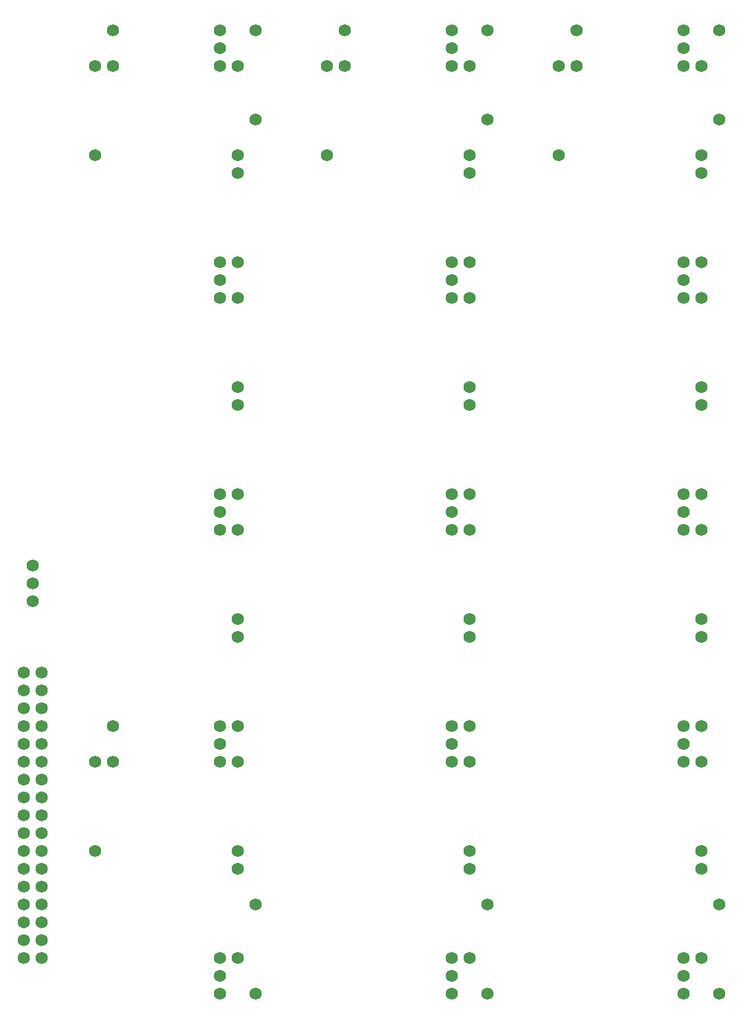
<source format=gts>
G04 ---------------------------- Layer name :TOP SOLDER LAYER*
G04 easyEDA 0.1*
G04 Scale: 100 percent, Rotated: No, Reflected: No *
G04 Dimensions in inches *
G04 leading zeros omitted , absolute positions ,2 integer and 4 * 
%FSLAX24Y24*%
%MOIN*%
G90*
G70D02*

%ADD11C,0.068000*%

%LPD*%
G54D11*
G01X3000Y65000D03*
G01X3000Y66000D03*
G01X3000Y67000D03*
G01X3000Y68000D03*
G01X3000Y69000D03*
G01X3000Y70000D03*
G01X3000Y71000D03*
G01X3000Y72000D03*
G01X3000Y73000D03*
G01X3000Y74000D03*
G01X3000Y75000D03*
G01X3000Y76000D03*
G01X3000Y77000D03*
G01X3000Y78000D03*
G01X3000Y79000D03*
G01X3000Y80000D03*
G01X3000Y81000D03*
G01X4000Y81000D03*
G01X4000Y80000D03*
G01X4000Y79000D03*
G01X4000Y78000D03*
G01X4000Y77000D03*
G01X4000Y76000D03*
G01X4000Y75000D03*
G01X4000Y74000D03*
G01X4000Y73000D03*
G01X4000Y71000D03*
G01X4000Y71000D03*
G01X4000Y72000D03*
G01X4000Y70000D03*
G01X4000Y69000D03*
G01X4000Y68000D03*
G01X4000Y67000D03*
G01X4000Y66000D03*
G01X4000Y65000D03*
G01X8000Y116998D03*
G01X8000Y114998D03*
G01X14000Y116998D03*
G01X14000Y115998D03*
G01X14000Y114998D03*
G01X27000Y116998D03*
G01X40000Y116998D03*
G01X27000Y115998D03*
G01X27000Y114998D03*
G01X40000Y115998D03*
G01X40000Y114998D03*
G01X14000Y103998D03*
G01X14000Y102998D03*
G01X14000Y101998D03*
G01X27000Y103998D03*
G01X27000Y102998D03*
G01X27000Y101998D03*
G01X40000Y103998D03*
G01X40000Y102998D03*
G01X40000Y101998D03*
G01X14000Y91000D03*
G01X14000Y90000D03*
G01X14000Y89000D03*
G01X27000Y91000D03*
G01X27000Y90000D03*
G01X27000Y89000D03*
G01X40000Y91000D03*
G01X40000Y90000D03*
G01X40000Y89000D03*
G01X14000Y78000D03*
G01X14000Y77000D03*
G01X14000Y76000D03*
G01X27000Y78000D03*
G01X27000Y77000D03*
G01X27000Y76000D03*
G01X40000Y78000D03*
G01X40000Y77000D03*
G01X40000Y76000D03*
G01X14000Y65000D03*
G01X14000Y64000D03*
G01X14000Y63000D03*
G01X27000Y65000D03*
G01X27000Y64000D03*
G01X27000Y63000D03*
G01X40000Y65000D03*
G01X40000Y64000D03*
G01X40000Y63000D03*
G01X8000Y78000D03*
G01X8000Y76000D03*
G01X15000Y114998D03*
G01X16000Y116998D03*
G01X7000Y115000D03*
G01X7000Y110000D03*
G01X15000Y110000D03*
G01X16000Y112000D03*
G01X28000Y115000D03*
G01X29000Y117000D03*
G01X28000Y110000D03*
G01X28000Y109000D03*
G01X29000Y112000D03*
G01X15000Y109000D03*
G01X15000Y104000D03*
G01X15000Y102000D03*
G01X28000Y102000D03*
G01X28000Y104000D03*
G01X41000Y115000D03*
G01X42000Y117000D03*
G01X42000Y112000D03*
G01X41000Y110000D03*
G01X41000Y109000D03*
G01X41000Y104000D03*
G01X41000Y102000D03*
G01X41000Y97000D03*
G01X28000Y97000D03*
G01X15000Y97000D03*
G01X15000Y96000D03*
G01X28000Y96000D03*
G01X41000Y96000D03*
G01X15000Y91000D03*
G01X15000Y89000D03*
G01X28000Y91000D03*
G01X28000Y89000D03*
G01X41000Y91000D03*
G01X41000Y89000D03*
G01X28000Y84000D03*
G01X15000Y84000D03*
G01X15000Y83000D03*
G01X15000Y78000D03*
G01X28000Y78000D03*
G01X28000Y83000D03*
G01X41000Y83000D03*
G01X41000Y78000D03*
G01X41000Y76000D03*
G01X41000Y71000D03*
G01X28000Y76000D03*
G01X28000Y71000D03*
G01X15000Y71000D03*
G01X15000Y76000D03*
G01X41000Y84000D03*
G01X41000Y70000D03*
G01X42000Y68000D03*
G01X42000Y63000D03*
G01X41000Y65000D03*
G01X29000Y63000D03*
G01X28000Y65000D03*
G01X29000Y68000D03*
G01X28000Y70000D03*
G01X15000Y70000D03*
G01X16000Y68000D03*
G01X16000Y63000D03*
G01X15000Y65000D03*
G01X7000Y76000D03*
G01X7000Y71000D03*
G01X3500Y87000D03*
G01X3500Y86000D03*
G01X3500Y85000D03*
G01X34000Y115000D03*
G01X34000Y117000D03*
G01X33000Y115000D03*
G01X33000Y110000D03*
G01X21000Y115000D03*
G01X21000Y117000D03*
G01X20000Y115000D03*
G01X20000Y110000D03*

M00*
M02*
</source>
